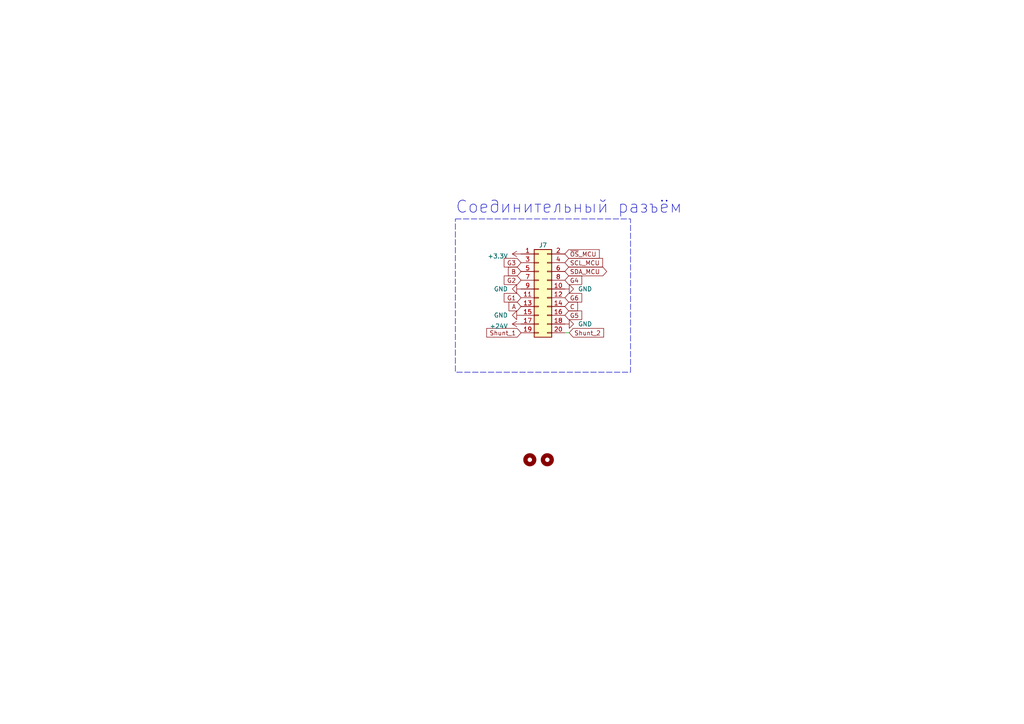
<source format=kicad_sch>
(kicad_sch (version 20230121) (generator eeschema)
  (paper "A4")
  (title_block (company "Московский Политех") (comment 1 "МПСТ.76721.758764.01.Э3.М"))
  (lib_symbols
    (symbol "Connector_Generic:Conn_02x10_Odd_Even" (pin_names (offset 1.016) hide)
      (property "Reference" "J" (at 1.27 12.7 0))
      (property "Value" "Conn_02x10_Odd_Even" (at 1.27 -15.24 0))
      (symbol "Conn_02x10_Odd_Even_1_1"
        (rectangle (start -1.27 -12.573) (end 0 -12.827) (stroke (width 0.1524)))
        (rectangle (start -1.27 -10.033) (end 0 -10.287) (stroke (width 0.1524)))
        (rectangle (start -1.27 -7.493) (end 0 -7.747) (stroke (width 0.1524)))
        (rectangle (start -1.27 -4.953) (end 0 -5.207) (stroke (width 0.1524)))
        (rectangle (start -1.27 -2.413) (end 0 -2.667) (stroke (width 0.1524)))
        (rectangle (start -1.27 0.127) (end 0 -0.127) (stroke (width 0.1524)))
        (rectangle (start -1.27 2.667) (end 0 2.413) (stroke (width 0.1524)))
        (rectangle (start -1.27 5.207) (end 0 4.953) (stroke (width 0.1524)))
        (rectangle (start -1.27 7.747) (end 0 7.493) (stroke (width 0.1524)))
        (rectangle (start -1.27 10.287) (end 0 10.033) (stroke (width 0.1524)))
        (rectangle (start -1.27 11.43) (end 3.81 -13.97) (stroke (width 0.254)) (fill (type background)))
        (rectangle (start 3.81 -12.573) (end 2.54 -12.827) (stroke (width 0.1524)))
        (rectangle (start 3.81 -10.033) (end 2.54 -10.287) (stroke (width 0.1524)))
        (rectangle (start 3.81 -7.493) (end 2.54 -7.747) (stroke (width 0.1524)))
        (rectangle (start 3.81 -4.953) (end 2.54 -5.207) (stroke (width 0.1524)))
        (rectangle (start 3.81 -2.413) (end 2.54 -2.667) (stroke (width 0.1524)))
        (rectangle (start 3.81 0.127) (end 2.54 -0.127) (stroke (width 0.1524)))
        (rectangle (start 3.81 2.667) (end 2.54 2.413) (stroke (width 0.1524)))
        (rectangle (start 3.81 5.207) (end 2.54 4.953) (stroke (width 0.1524)))
        (rectangle (start 3.81 7.747) (end 2.54 7.493) (stroke (width 0.1524)))
        (rectangle (start 3.81 10.287) (end 2.54 10.033) (stroke (width 0.1524)))
        (pin passive line (at -5.08 10.16 0) (length 3.81) (name "Pin_1") (number "1"))
        (pin passive line (at 7.62 0 180) (length 3.81) (name "Pin_10") (number "10"))
        (pin passive line (at -5.08 -2.54 0) (length 3.81) (name "Pin_11") (number "11"))
        (pin passive line (at 7.62 -2.54 180) (length 3.81) (name "Pin_12") (number "12"))
        (pin passive line (at -5.08 -5.08 0) (length 3.81) (name "Pin_13") (number "13"))
        (pin passive line (at 7.62 -5.08 180) (length 3.81) (name "Pin_14") (number "14"))
        (pin passive line (at -5.08 -7.62 0) (length 3.81) (name "Pin_15") (number "15"))
        (pin passive line (at 7.62 -7.62 180) (length 3.81) (name "Pin_16") (number "16"))
        (pin passive line (at -5.08 -10.16 0) (length 3.81) (name "Pin_17") (number "17"))
        (pin passive line (at 7.62 -10.16 180) (length 3.81) (name "Pin_18") (number "18"))
        (pin passive line (at -5.08 -12.7 0) (length 3.81) (name "Pin_19") (number "19"))
        (pin passive line (at 7.62 10.16 180) (length 3.81) (name "Pin_2") (number "2"))
        (pin passive line (at 7.62 -12.7 180) (length 3.81) (name "Pin_20") (number "20"))
        (pin passive line (at -5.08 7.62 0) (length 3.81) (name "Pin_3") (number "3"))
        (pin passive line (at 7.62 7.62 180) (length 3.81) (name "Pin_4") (number "4"))
        (pin passive line (at -5.08 5.08 0) (length 3.81) (name "Pin_5") (number "5"))
        (pin passive line (at 7.62 5.08 180) (length 3.81) (name "Pin_6") (number "6"))
        (pin passive line (at -5.08 2.54 0) (length 3.81) (name "Pin_7") (number "7"))
        (pin passive line (at 7.62 2.54 180) (length 3.81) (name "Pin_8") (number "8"))
        (pin passive line (at -5.08 0 0) (length 3.81) (name "Pin_9") (number "9"))
      )
    )
    (symbol "Mechanical:MountingHole" (pin_names (offset 1.016))
      (property "Reference" "H" (at 0 5.08 0))
      (property "Value" "MountingHole" (at 0 3.175 0))
      (symbol "MountingHole_0_1"
        (circle (center 0 0) (radius 1.27) (stroke (width 1.27)))
      )
    )
    (symbol "power:+24V" (power) (pin_names (offset 0))
      (property "Value" "+24V" (at 0 3.556 0))
      (symbol "+24V_0_1"
        (polyline (pts (xy -0.762 1.27) (xy 0 2.54)))
        (polyline (pts (xy 0 0) (xy 0 2.54)))
        (polyline (pts (xy 0 2.54) (xy 0.762 1.27)))
      )
      (symbol "+24V_1_1"
        (pin power_in line (at 0 0 90) (length 0) hide (name "+24V") (number "1"))
      )
    )
    (symbol "power:+3.3V" (power) (pin_names (offset 0))
      (property "Value" "+3.3V" (at 0 3.556 0))
      (symbol "+3.3V_0_1"
        (polyline (pts (xy -0.762 1.27) (xy 0 2.54)))
        (polyline (pts (xy 0 0) (xy 0 2.54)))
        (polyline (pts (xy 0 2.54) (xy 0.762 1.27)))
      )
      (symbol "+3.3V_1_1"
        (pin power_in line (at 0 0 90) (length 0) hide (name "+3.3V") (number "1"))
      )
    )
    (symbol "power:GND" (power) (pin_names (offset 0))
      (property "Value" "GND" (at 0 -3.81 0))
      (symbol "GND_0_1"
        (polyline (pts (xy 0 0) (xy 0 -1.27) (xy 1.27 -1.27) (xy 0 -2.54) (xy -1.27 -1.27) (xy 0 -1.27)))
      )
      (symbol "GND_1_1"
        (pin power_in line (at 0 0 270) (length 0) hide (name "GND") (number "1"))
      )
    )
  )
  (wire (pts (xy 163.83 96.52) (xy 165.1 96.52)))
  (rectangle (start 132.08 63.5) (end 182.88 107.95) (stroke (width 0) (type dash)))
  (text "Соединительный разъём" (at 132.08 62.23 0) (effects (font (size 3.5 3.5)) (justify left bottom)))
  (global_label "C" (shape input) (at 163.83 88.9 0) (property "Intersheetrefs" "${INTERSHEET_REFS}" (effects hide)))
  (global_label "G4" (shape input) (at 163.83 81.28 0) (property "Intersheetrefs" "${INTERSHEET_REFS}" (effects hide)))
  (global_label "SDA_MCU" (shape bidirectional) (at 163.83 78.74 0) (property "Intersheetrefs" "${INTERSHEET_REFS}" (effects hide)))
  (global_label "G2" (shape input) (at 151.13 81.28 180) (property "Intersheetrefs" "${INTERSHEET_REFS}" (effects hide)))
  (global_label "G5" (shape input) (at 163.83 91.44 0) (property "Intersheetrefs" "${INTERSHEET_REFS}" (effects hide)))
  (global_label "G3" (shape input) (at 151.13 76.2 180) (property "Intersheetrefs" "${INTERSHEET_REFS}" (effects hide)))
  (global_label "Shunt_2" (shape input) (at 165.1 96.52 0) (property "Intersheetrefs" "${INTERSHEET_REFS}" (effects hide)))
  (global_label "Shunt_1" (shape input) (at 151.13 96.52 180) (property "Intersheetrefs" "${INTERSHEET_REFS}" (effects hide)))
  (global_label "G1" (shape input) (at 151.13 86.36 180) (property "Intersheetrefs" "${INTERSHEET_REFS}" (effects hide)))
  (global_label "SCL_MCU" (shape input) (at 163.83 76.2 0) (property "Intersheetrefs" "${INTERSHEET_REFS}" (effects hide)))
  (global_label "G6" (shape input) (at 163.83 86.36 0) (property "Intersheetrefs" "${INTERSHEET_REFS}" (effects hide)))
  (global_label "B" (shape input) (at 151.13 78.74 180) (property "Intersheetrefs" "${INTERSHEET_REFS}" (effects hide)))
  (global_label "~{OS}_MCU" (shape input) (at 163.83 73.66 0) (property "Intersheetrefs" "${INTERSHEET_REFS}" (effects hide)))
  (global_label "A" (shape input) (at 151.13 88.9 180) (property "Intersheetrefs" "${INTERSHEET_REFS}" (effects hide)))
  (symbol (lib_id "power:GND") (at 151.13 91.44 270) (unit 1)
    (property "Reference" "#PWR019" (effects hide))
    (property "Value" "GND" (at 147.32 91.44 90) (effects (justify right)))
    (instances (project "Силовая плата" (path "" (reference "#PWR019") (unit 1)) (path "" (reference "#PWR038") (unit 1))))
  )
  (symbol (lib_id "Connector_Generic:Conn_02x10_Odd_Even") (at 156.21 83.82 0) (unit 1)
    (property "Reference" "J7" (at 157.48 71.12 0))
    (property "Value" "Conn_02x10_Odd_Even" (effects hide))
    (property "Footprint" "Connector_PinSocket_2.54mm:PinSocket_2x10_P2.54mm_Vertical" (effects hide))
    (instances (project "Силовая плата" (path "" (reference "J7") (unit 1)) (path "" (reference "J9") (unit 1))))
  )
  (symbol (lib_id "power:+24V") (at 151.13 93.98 90) (mirror x) (unit 1)
    (property "Reference" "#PWR02" (effects hide))
    (property "Value" "+24V" (at 147.32 94.615 90) (effects (justify left)))
    (instances (project "Силовая плата" (path "" (reference "#PWR02") (unit 1)) (path "" (reference "#PWR020") (unit 1)) (path "" (reference "#PWR039") (unit 1))))
  )
  (symbol (lib_id "power:+3.3V") (at 151.13 73.66 90) (unit 1)
    (property "Reference" "#PWR016" (effects hide))
    (property "Value" "+3.3V" (at 147.32 74.295 90) (effects (justify left)))
    (instances (project "Силовая плата" (path "" (reference "#PWR016") (unit 1)) (path "" (reference "#PWR035") (unit 1))))
  )
  (symbol (lib_id "Mechanical:MountingHole") (at 158.75 133.35 0) (unit 1)
    (property "Reference" "H2" (effects hide))
    (property "Value" "MountingHole" (effects hide))
    (property "Footprint" "MountingHole:MountingHole_3.2mm_M3" (effects hide))
    (instances (project "Силовая плата" (path "" (reference "H2") (unit 1)) (path "" (reference "H4") (unit 1))))
  )
  (symbol (lib_id "power:GND") (at 151.13 83.82 270) (unit 1)
    (property "Reference" "#PWR017" (effects hide))
    (property "Value" "GND" (at 147.32 83.82 90) (effects (justify right)))
    (instances (project "Силовая плата" (path "" (reference "#PWR017") (unit 1)) (path "" (reference "#PWR036") (unit 1))))
  )
  (symbol (lib_id "Mechanical:MountingHole") (at 153.67 133.35 0) (unit 1)
    (property "Reference" "H1" (effects hide))
    (property "Value" "MountingHole" (effects hide))
    (property "Footprint" "MountingHole:MountingHole_3.2mm_M3" (effects hide))
    (instances (project "Силовая плата" (path "" (reference "H1") (unit 1)) (path "" (reference "H3") (unit 1))))
  )
  (symbol (lib_id "power:GND") (at 163.83 83.82 90) (mirror x) (unit 1)
    (property "Reference" "#PWR018" (effects hide))
    (property "Value" "GND" (at 167.64 83.82 90) (effects (justify right)))
    (instances (project "Силовая плата" (path "" (reference "#PWR018") (unit 1)) (path "" (reference "#PWR037") (unit 1))))
  )
  (symbol (lib_id "power:GND") (at 163.83 93.98 90) (mirror x) (unit 1)
    (property "Reference" "#PWR021" (effects hide))
    (property "Value" "GND" (at 167.64 93.98 90) (effects (justify right)))
    (instances (project "Силовая плата" (path "" (reference "#PWR021") (unit 1)) (path "" (reference "#PWR040") (unit 1))))
  )
)
</source>
